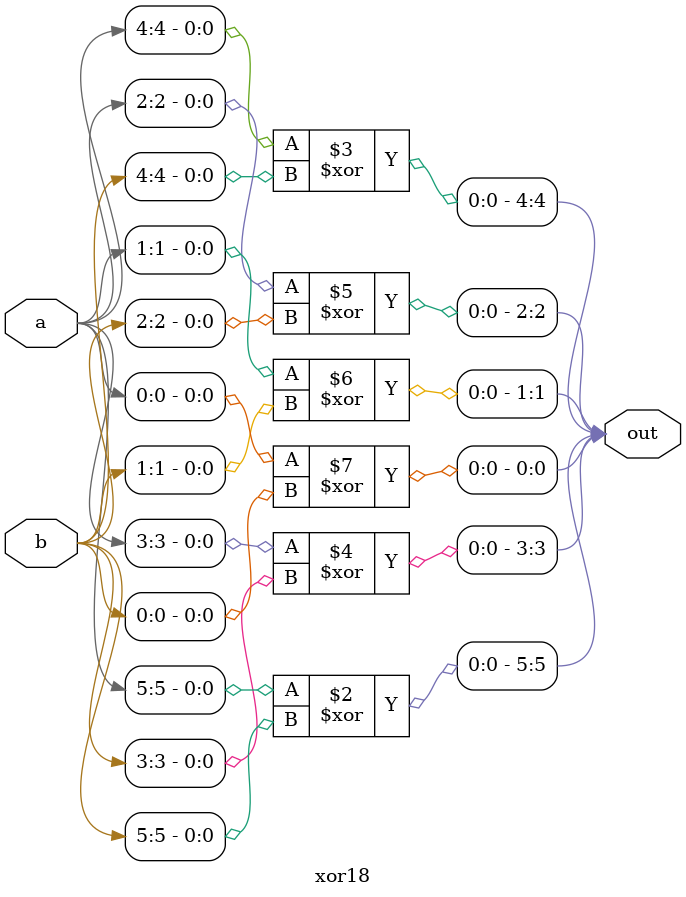
<source format=v>
module xor18 (
    input wire [5:0] a,
    input wire [5:0] b,
    output reg [5:0] out
);

always @(*) begin
    out[5] = (a[5] ^ b[5]);
    out[4] = (a[4] ^ b[4]);

    out[3] = (a[3] ^ b[3]);
    out[2] = (a[2] ^ b[2]);
    out[1] = (a[1] ^ b[1]);
    out[0] = (a[0] ^ b[0]);

end


endmodule
</source>
